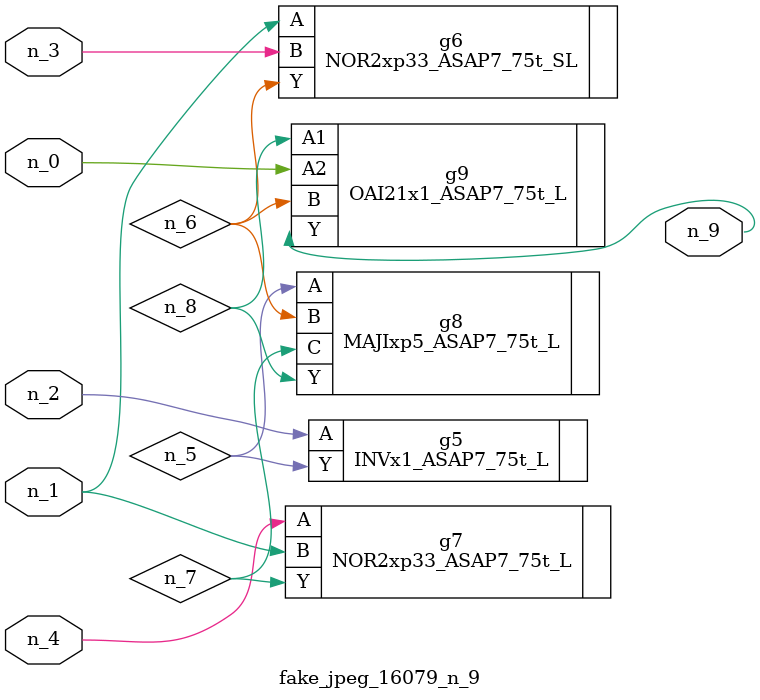
<source format=v>
module fake_jpeg_16079_n_9 (n_3, n_2, n_1, n_0, n_4, n_9);

input n_3;
input n_2;
input n_1;
input n_0;
input n_4;

output n_9;

wire n_8;
wire n_6;
wire n_5;
wire n_7;

INVx1_ASAP7_75t_L g5 ( 
.A(n_2),
.Y(n_5)
);

NOR2xp33_ASAP7_75t_SL g6 ( 
.A(n_1),
.B(n_3),
.Y(n_6)
);

NOR2xp33_ASAP7_75t_L g7 ( 
.A(n_4),
.B(n_1),
.Y(n_7)
);

MAJIxp5_ASAP7_75t_L g8 ( 
.A(n_5),
.B(n_6),
.C(n_7),
.Y(n_8)
);

OAI21x1_ASAP7_75t_L g9 ( 
.A1(n_8),
.A2(n_0),
.B(n_6),
.Y(n_9)
);


endmodule
</source>
